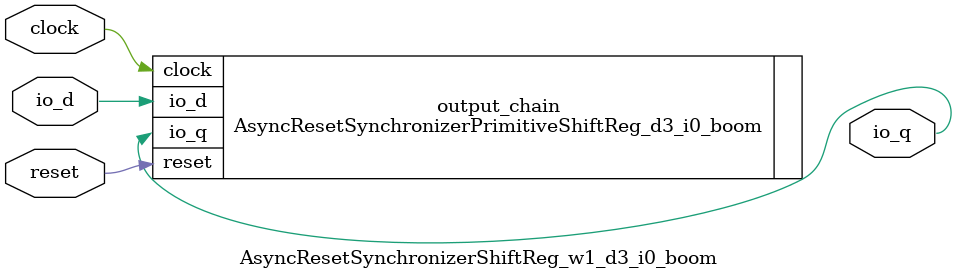
<source format=sv>
`ifndef RANDOMIZE
  `ifdef RANDOMIZE_REG_INIT
    `define RANDOMIZE
  `endif // RANDOMIZE_REG_INIT
`endif // not def RANDOMIZE
`ifndef RANDOMIZE
  `ifdef RANDOMIZE_MEM_INIT
    `define RANDOMIZE
  `endif // RANDOMIZE_MEM_INIT
`endif // not def RANDOMIZE

`ifndef RANDOM
  `define RANDOM $random
`endif // not def RANDOM

// Users can define 'PRINTF_COND' to add an extra gate to prints.
`ifndef PRINTF_COND_
  `ifdef PRINTF_COND
    `define PRINTF_COND_ (`PRINTF_COND)
  `else  // PRINTF_COND
    `define PRINTF_COND_ 1
  `endif // PRINTF_COND
`endif // not def PRINTF_COND_

// Users can define 'ASSERT_VERBOSE_COND' to add an extra gate to assert error printing.
`ifndef ASSERT_VERBOSE_COND_
  `ifdef ASSERT_VERBOSE_COND
    `define ASSERT_VERBOSE_COND_ (`ASSERT_VERBOSE_COND)
  `else  // ASSERT_VERBOSE_COND
    `define ASSERT_VERBOSE_COND_ 1
  `endif // ASSERT_VERBOSE_COND
`endif // not def ASSERT_VERBOSE_COND_

// Users can define 'STOP_COND' to add an extra gate to stop conditions.
`ifndef STOP_COND_
  `ifdef STOP_COND
    `define STOP_COND_ (`STOP_COND)
  `else  // STOP_COND
    `define STOP_COND_ 1
  `endif // STOP_COND
`endif // not def STOP_COND_

// Users can define INIT_RANDOM as general code that gets injected into the
// initializer block for modules with registers.
`ifndef INIT_RANDOM
  `define INIT_RANDOM
`endif // not def INIT_RANDOM

// If using random initialization, you can also define RANDOMIZE_DELAY to
// customize the delay used, otherwise 0.002 is used.
`ifndef RANDOMIZE_DELAY
  `define RANDOMIZE_DELAY 0.002
`endif // not def RANDOMIZE_DELAY

// Define INIT_RANDOM_PROLOG_ for use in our modules below.
`ifndef INIT_RANDOM_PROLOG_
  `ifdef RANDOMIZE
    `ifdef VERILATOR
      `define INIT_RANDOM_PROLOG_ `INIT_RANDOM
    `else  // VERILATOR
      `define INIT_RANDOM_PROLOG_ `INIT_RANDOM #`RANDOMIZE_DELAY begin end
    `endif // VERILATOR
  `else  // RANDOMIZE
    `define INIT_RANDOM_PROLOG_
  `endif // RANDOMIZE
`endif // not def INIT_RANDOM_PROLOG_

module AsyncResetSynchronizerShiftReg_w1_d3_i0_boom(
  input  clock,
         reset,
         io_d,
  output io_q
);

  AsyncResetSynchronizerPrimitiveShiftReg_d3_i0_boom output_chain (	// @[ShiftReg.scala:45:23]
    .clock (clock),
    .reset (reset),
    .io_d  (io_d),
    .io_q  (io_q)
  );
endmodule


</source>
